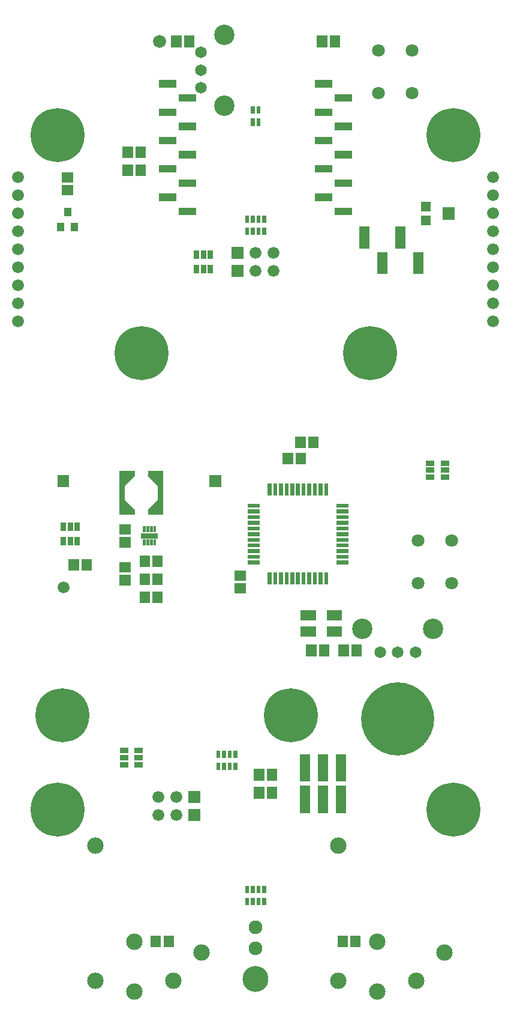
<source format=gbr>
G04 start of page 6 for group -4063 idx -4063 *
G04 Title: (unknown), componentmask *
G04 Creator: pcb 20140316 *
G04 CreationDate: Tue 22 Aug 2017 02:05:26 AM GMT UTC *
G04 For: railfan *
G04 Format: Gerber/RS-274X *
G04 PCB-Dimensions (mil): 2750.00 5500.00 *
G04 PCB-Coordinate-Origin: lower left *
%MOIN*%
%FSLAX25Y25*%
%LNTOPMASK*%
%ADD112R,0.0690X0.0690*%
%ADD111R,0.0400X0.0400*%
%ADD110R,0.0410X0.0410*%
%ADD109R,0.0530X0.0530*%
%ADD108R,0.0227X0.0227*%
%ADD107R,0.0560X0.0560*%
%ADD106R,0.0217X0.0217*%
%ADD105R,0.0290X0.0290*%
%ADD104R,0.0300X0.0300*%
%ADD103R,0.0257X0.0257*%
%ADD102R,0.0158X0.0158*%
%ADD101R,0.0572X0.0572*%
%ADD100R,0.0300X0.0300*%
%ADD99C,0.0720*%
%ADD98C,0.0001*%
%ADD97C,0.0660*%
%ADD96C,0.0760*%
%ADD95C,0.1440*%
%ADD94C,0.0710*%
%ADD93C,0.0910*%
%ADD92C,0.1130*%
%ADD91C,0.4060*%
%ADD90C,0.0650*%
%ADD89C,0.2997*%
G54D89*X247500Y112500D03*
G54D90*X226343Y200000D03*
X216500D03*
X206657D03*
G54D91*X216500Y163000D03*
G54D92*X236185Y212992D03*
G54D93*X242505Y33346D03*
X226654Y17495D03*
G54D92*X196815Y212992D03*
G54D93*X205000Y39252D03*
Y11693D03*
X183346Y17495D03*
Y92505D03*
G54D94*X227650Y238200D03*
X246350D03*
X227650Y261800D03*
X246350D03*
G54D89*X157000Y165000D03*
G54D95*X137500Y18500D03*
G54D96*Y35500D03*
Y47300D03*
G54D93*X107505Y33346D03*
X91654Y17495D03*
G54D89*X247500Y487000D03*
G54D94*X205650Y510200D03*
Y533800D03*
X224350Y510200D03*
Y533800D03*
G54D97*X147500Y421500D03*
Y411500D03*
G54D89*X201000Y366000D03*
G54D97*X269500Y383500D03*
Y393500D03*
Y403500D03*
Y413500D03*
Y423500D03*
Y433500D03*
Y443500D03*
Y453500D03*
Y463500D03*
G54D89*X27500Y112500D03*
G54D93*X48346Y92505D03*
G54D89*X30000Y165000D03*
G54D97*X30600Y236000D03*
G54D93*X70000Y39252D03*
Y11693D03*
X48346Y17495D03*
G54D98*G36*
X100200Y112800D02*Y106200D01*
X106800D01*
Y112800D01*
X100200D01*
G37*
G54D97*X93500Y109500D03*
X83500D03*
G54D98*G36*
X100200Y122800D02*Y116200D01*
X106800D01*
Y122800D01*
X100200D01*
G37*
G54D97*X93500Y119500D03*
X83500D03*
G54D98*G36*
X27300Y298300D02*Y291700D01*
X33900D01*
Y298300D01*
X27300D01*
G37*
G36*
X111700D02*Y291700D01*
X118300D01*
Y298300D01*
X111700D01*
G37*
G36*
X124200Y424800D02*Y418200D01*
X130800D01*
Y424800D01*
X124200D01*
G37*
G54D97*X137500Y421500D03*
G54D98*G36*
X124200Y414800D02*Y408200D01*
X130800D01*
Y414800D01*
X124200D01*
G37*
G54D89*X74000Y366000D03*
G54D97*X137500Y411500D03*
G54D89*X27500Y487000D03*
G54D90*X107000Y513157D03*
G54D92*X119992Y503315D03*
G54D90*X107000Y523000D03*
Y532843D03*
G54D92*X119992Y542685D03*
G54D97*X5500Y383500D03*
Y393500D03*
Y403500D03*
Y413500D03*
Y423500D03*
Y433500D03*
Y443500D03*
Y453500D03*
Y463500D03*
G54D99*X84000Y539000D03*
G54D100*X30600Y262300D02*Y260700D01*
Y270500D02*Y268900D01*
X34500Y262300D02*Y260700D01*
Y270500D02*Y268900D01*
X38400Y262300D02*Y260700D01*
Y270500D02*Y268900D01*
G54D101*X36457Y248893D02*Y248107D01*
X43543Y248893D02*Y248107D01*
X83043Y230893D02*Y230107D01*
X75957Y230893D02*Y230107D01*
X83043Y240893D02*Y240107D01*
X75957Y240893D02*Y240107D01*
X64607Y239957D02*X65393D01*
X128607Y242543D02*X129393D01*
X128607Y235457D02*X129393D01*
X64607Y247043D02*X65393D01*
X64607Y260957D02*X65393D01*
X75957Y250893D02*Y250107D01*
X83043Y250893D02*Y250107D01*
G54D102*X79484Y269028D02*Y267256D01*
X77516Y269028D02*Y267256D01*
X75547Y269028D02*Y267256D01*
G54D101*X64607Y268043D02*X65393D01*
G54D102*X75547Y261744D02*Y259972D01*
X77516Y261744D02*Y259972D01*
X79484Y261744D02*Y259972D01*
X81453Y261744D02*Y259972D01*
G54D103*X75547Y264500D02*X81453D01*
G54D104*X75370D02*X81630D01*
G54D102*X81453Y269028D02*Y267256D01*
G54D105*X79100Y277800D02*X84700D01*
G54D98*G36*
X77531Y278950D02*X83550Y284969D01*
X86096Y282423D01*
X80077Y276404D01*
X77531Y278950D01*
G37*
G36*
X81750Y280750D02*Y277150D01*
X85350D01*
Y280750D01*
X81750D01*
G37*
G54D105*X63300Y299200D02*Y277800D01*
X68900D01*
G54D98*G36*
X64450Y284969D02*X70469Y278950D01*
X67923Y276404D01*
X61904Y282423D01*
X64450Y284969D01*
G37*
G36*
X62650Y280750D02*Y277150D01*
X66250D01*
Y280750D01*
X62650D01*
G37*
G36*
X80077Y300596D02*X86096Y294577D01*
X83550Y292031D01*
X77531Y298050D01*
X80077Y300596D01*
G37*
G54D105*X63300Y299200D02*X68900D01*
G54D98*G36*
X61904Y294577D02*X67923Y300596D01*
X70469Y298050D01*
X64450Y292031D01*
X61904Y294577D01*
G37*
G36*
X62650Y299850D02*Y296250D01*
X66250D01*
Y299850D01*
X62650D01*
G37*
G54D105*X84700Y299200D02*Y277800D01*
X79100Y299200D02*X84700D01*
G54D98*G36*
X81750Y299850D02*Y296250D01*
X85350D01*
Y299850D01*
X81750D01*
G37*
G54D101*X169543Y316893D02*Y316107D01*
X162457Y316893D02*Y316107D01*
X155457Y307893D02*Y307107D01*
X162543Y307893D02*Y307107D01*
G54D106*X170448Y243028D02*Y238602D01*
X173598Y243028D02*Y238602D01*
X176748Y243028D02*Y238602D01*
X183472Y249752D02*X187898D01*
G54D101*X179906Y220528D02*X182661D01*
X179906Y211472D02*X182661D01*
X168457Y201393D02*Y200607D01*
X165339Y220528D02*X168094D01*
X165339Y211472D02*X168094D01*
X175543Y201393D02*Y200607D01*
G54D107*X165000Y123004D02*Y113516D01*
X175000Y123004D02*Y113516D01*
X185000Y123004D02*Y113516D01*
Y140484D02*Y130996D01*
X175000Y140484D02*Y130996D01*
X165000Y140484D02*Y130996D01*
G54D101*X139457Y122393D02*Y121607D01*
X146543Y122393D02*Y121607D01*
X139457Y132393D02*Y131607D01*
X146543Y132393D02*Y131607D01*
G54D108*X116776Y137587D02*Y135717D01*
X119925Y137587D02*Y135717D01*
X123075Y137587D02*Y135717D01*
X126224Y137587D02*Y135717D01*
Y144283D02*Y142413D01*
X123075Y144283D02*Y142413D01*
X119925Y144283D02*Y142413D01*
X116776Y144283D02*Y142413D01*
G54D101*X193543Y201393D02*Y200607D01*
G54D97*X200250Y163000D03*
X205010Y151510D03*
Y174490D03*
G54D101*X186457Y201393D02*Y200607D01*
G54D97*X216500Y179250D03*
Y146750D03*
X232750Y163000D03*
X227990Y151510D03*
Y174490D03*
G54D100*X71700Y137600D02*X73300D01*
X71700Y141500D02*X73300D01*
X71700Y145400D02*X73300D01*
X63500D02*X65100D01*
X63500Y141500D02*X65100D01*
X63500Y137600D02*X65100D01*
G54D101*X82043Y39893D02*Y39107D01*
X89129Y39893D02*Y39107D01*
G54D108*X142224Y69283D02*Y67413D01*
X139075Y69283D02*Y67413D01*
X135925Y69283D02*Y67413D01*
X132776Y69283D02*Y67413D01*
Y62587D02*Y60717D01*
X135925Y62587D02*Y60717D01*
X139075Y62587D02*Y60717D01*
X142224Y62587D02*Y60717D01*
G54D101*X192957Y39897D02*Y39111D01*
X185871Y39897D02*Y39111D01*
G54D108*X132776Y434587D02*Y432717D01*
X135925Y434587D02*Y432717D01*
X139075Y434587D02*Y432717D01*
X142224Y434587D02*Y432717D01*
Y441283D02*Y439413D01*
X139075Y441283D02*Y439413D01*
X135925Y441283D02*Y439413D01*
X132776Y441283D02*Y439413D01*
G54D109*X231950Y447401D02*Y447400D01*
G54D110*X172559Y452441D02*X178071D01*
X183543Y444567D02*X189055D01*
X183543Y460315D02*X189055D01*
G54D100*X104600Y413300D02*Y411700D01*
X108500Y413300D02*Y411700D01*
X112400Y413300D02*Y411700D01*
Y421500D02*Y419900D01*
X108500Y421500D02*Y419900D01*
X104600Y421500D02*Y419900D01*
G54D111*X29100Y436300D02*Y435700D01*
X36900Y436300D02*Y435700D01*
X33000Y444500D02*Y443900D01*
G54D101*X32607Y456457D02*X33393D01*
X32607Y463543D02*X33393D01*
X73543Y467893D02*Y467107D01*
G54D110*X85945Y468189D02*X91457D01*
X85945Y452441D02*X91457D01*
X96929Y444567D02*X102441D01*
X96929Y460315D02*X102441D01*
G54D101*X66457Y467893D02*Y467107D01*
Y477893D02*Y477107D01*
X73543Y477893D02*Y477107D01*
G54D110*X85945Y499685D02*X91457D01*
X85945Y483937D02*X91457D01*
X96929Y476063D02*X102441D01*
X96929Y491811D02*X102441D01*
G54D108*X135925Y495087D02*Y493217D01*
X139075Y495087D02*Y493217D01*
Y501783D02*Y499913D01*
X135925Y501783D02*Y499913D01*
G54D101*X93457Y539393D02*Y538607D01*
X100543Y539393D02*Y538607D01*
G54D110*X85945Y515433D02*X91457D01*
X96929Y507559D02*X102441D01*
G54D101*X181543Y539393D02*Y538607D01*
X174457Y539393D02*Y538607D01*
G54D110*X172559Y515433D02*X178071D01*
X172559Y499685D02*X178071D01*
X172559Y483937D02*X178071D01*
X172559Y468189D02*X178071D01*
X183543Y476063D02*X189055D01*
X183543Y491811D02*X189055D01*
X183543Y507559D02*X189055D01*
G54D109*X231950Y439600D02*Y439599D01*
G54D107*X198000Y433413D02*Y426760D01*
X208000Y419240D02*Y412587D01*
X218000Y433413D02*Y426760D01*
X228000Y419240D02*Y412587D01*
G54D112*X244750Y443500D02*Y443499D01*
G54D106*X154700Y243028D02*Y238602D01*
X157850Y243028D02*Y238602D01*
X161000Y243028D02*Y238602D01*
X164149Y243028D02*Y238602D01*
X145252Y243028D02*Y238602D01*
X148401Y243028D02*Y238602D01*
X151551Y243028D02*Y238602D01*
X167299Y243028D02*Y238602D01*
X183472Y252901D02*X187898D01*
X183472Y256051D02*X187898D01*
X183472Y259200D02*X187898D01*
X183472Y262350D02*X187898D01*
X183472Y265500D02*X187898D01*
X183472Y268649D02*X187898D01*
X183472Y271799D02*X187898D01*
X183472Y274948D02*X187898D01*
X183472Y278098D02*X187898D01*
X183472Y281248D02*X187898D01*
G54D100*X233700Y304900D02*X235300D01*
X233700Y301000D02*X235300D01*
X233700Y297100D02*X235300D01*
X241900D02*X243500D01*
X241900Y301000D02*X243500D01*
X241900Y304900D02*X243500D01*
G54D106*X176748Y292398D02*Y287972D01*
X173599Y292398D02*Y287972D01*
X170449Y292398D02*Y287972D01*
X167300Y292398D02*Y287972D01*
X164150Y292398D02*Y287972D01*
X161000Y292398D02*Y287972D01*
X157851Y292398D02*Y287972D01*
X154701Y292398D02*Y287972D01*
X151552Y292398D02*Y287972D01*
X148402Y292398D02*Y287972D01*
X145252Y292398D02*Y287972D01*
X134102Y281248D02*X138528D01*
X134102Y278099D02*X138528D01*
X134102Y274949D02*X138528D01*
X134102Y271800D02*X138528D01*
X134102Y268650D02*X138528D01*
X134102Y265500D02*X138528D01*
X134102Y262351D02*X138528D01*
X134102Y259201D02*X138528D01*
X134102Y256052D02*X138528D01*
X134102Y252902D02*X138528D01*
X134102Y249752D02*X138528D01*
M02*

</source>
